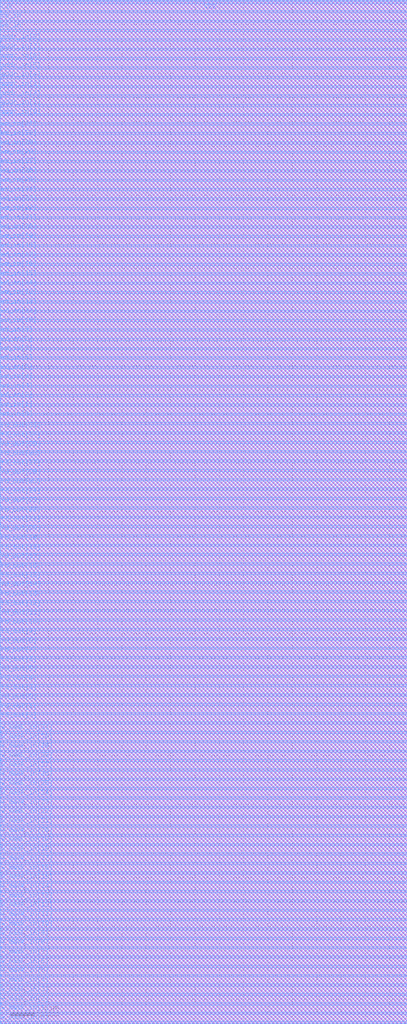
<source format=lef>
# Generated by FakeRAM 2.0
VERSION 5.7 ;
BUSBITCHARS "[]" ;
PROPERTYDEFINITIONS
  MACRO width INTEGER ;
  MACRO depth INTEGER ;
  MACRO banks INTEGER ;
END PROPERTYDEFINITIONS
MACRO fakeram7_sp_512x32
  PROPERTY width 32 ;
  PROPERTY depth 512 ;
  PROPERTY banks 4 ;
  FOREIGN fakeram7_sp_512x32 0 0 ;
  SYMMETRY X Y ;
  SIZE 16.720 BY 42.000 ;
  CLASS BLOCK ;
  PIN w_mask_in[0]
    DIRECTION INPUT ;
    USE SIGNAL ;
    SHAPE ABUTMENT ;
    PORT
      LAYER M4 ;
      RECT 0.000 0.048 0.024 0.072 ;
    END
  END w_mask_in[0]
  PIN w_mask_in[1]
    DIRECTION INPUT ;
    USE SIGNAL ;
    SHAPE ABUTMENT ;
    PORT
      LAYER M4 ;
      RECT 0.000 0.432 0.024 0.456 ;
    END
  END w_mask_in[1]
  PIN w_mask_in[2]
    DIRECTION INPUT ;
    USE SIGNAL ;
    SHAPE ABUTMENT ;
    PORT
      LAYER M4 ;
      RECT 0.000 0.816 0.024 0.840 ;
    END
  END w_mask_in[2]
  PIN w_mask_in[3]
    DIRECTION INPUT ;
    USE SIGNAL ;
    SHAPE ABUTMENT ;
    PORT
      LAYER M4 ;
      RECT 0.000 1.200 0.024 1.224 ;
    END
  END w_mask_in[3]
  PIN w_mask_in[4]
    DIRECTION INPUT ;
    USE SIGNAL ;
    SHAPE ABUTMENT ;
    PORT
      LAYER M4 ;
      RECT 0.000 1.584 0.024 1.608 ;
    END
  END w_mask_in[4]
  PIN w_mask_in[5]
    DIRECTION INPUT ;
    USE SIGNAL ;
    SHAPE ABUTMENT ;
    PORT
      LAYER M4 ;
      RECT 0.000 1.968 0.024 1.992 ;
    END
  END w_mask_in[5]
  PIN w_mask_in[6]
    DIRECTION INPUT ;
    USE SIGNAL ;
    SHAPE ABUTMENT ;
    PORT
      LAYER M4 ;
      RECT 0.000 2.352 0.024 2.376 ;
    END
  END w_mask_in[6]
  PIN w_mask_in[7]
    DIRECTION INPUT ;
    USE SIGNAL ;
    SHAPE ABUTMENT ;
    PORT
      LAYER M4 ;
      RECT 0.000 2.736 0.024 2.760 ;
    END
  END w_mask_in[7]
  PIN w_mask_in[8]
    DIRECTION INPUT ;
    USE SIGNAL ;
    SHAPE ABUTMENT ;
    PORT
      LAYER M4 ;
      RECT 0.000 3.120 0.024 3.144 ;
    END
  END w_mask_in[8]
  PIN w_mask_in[9]
    DIRECTION INPUT ;
    USE SIGNAL ;
    SHAPE ABUTMENT ;
    PORT
      LAYER M4 ;
      RECT 0.000 3.504 0.024 3.528 ;
    END
  END w_mask_in[9]
  PIN w_mask_in[10]
    DIRECTION INPUT ;
    USE SIGNAL ;
    SHAPE ABUTMENT ;
    PORT
      LAYER M4 ;
      RECT 0.000 3.888 0.024 3.912 ;
    END
  END w_mask_in[10]
  PIN w_mask_in[11]
    DIRECTION INPUT ;
    USE SIGNAL ;
    SHAPE ABUTMENT ;
    PORT
      LAYER M4 ;
      RECT 0.000 4.272 0.024 4.296 ;
    END
  END w_mask_in[11]
  PIN w_mask_in[12]
    DIRECTION INPUT ;
    USE SIGNAL ;
    SHAPE ABUTMENT ;
    PORT
      LAYER M4 ;
      RECT 0.000 4.656 0.024 4.680 ;
    END
  END w_mask_in[12]
  PIN w_mask_in[13]
    DIRECTION INPUT ;
    USE SIGNAL ;
    SHAPE ABUTMENT ;
    PORT
      LAYER M4 ;
      RECT 0.000 5.040 0.024 5.064 ;
    END
  END w_mask_in[13]
  PIN w_mask_in[14]
    DIRECTION INPUT ;
    USE SIGNAL ;
    SHAPE ABUTMENT ;
    PORT
      LAYER M4 ;
      RECT 0.000 5.424 0.024 5.448 ;
    END
  END w_mask_in[14]
  PIN w_mask_in[15]
    DIRECTION INPUT ;
    USE SIGNAL ;
    SHAPE ABUTMENT ;
    PORT
      LAYER M4 ;
      RECT 0.000 5.808 0.024 5.832 ;
    END
  END w_mask_in[15]
  PIN w_mask_in[16]
    DIRECTION INPUT ;
    USE SIGNAL ;
    SHAPE ABUTMENT ;
    PORT
      LAYER M4 ;
      RECT 0.000 6.192 0.024 6.216 ;
    END
  END w_mask_in[16]
  PIN w_mask_in[17]
    DIRECTION INPUT ;
    USE SIGNAL ;
    SHAPE ABUTMENT ;
    PORT
      LAYER M4 ;
      RECT 0.000 6.576 0.024 6.600 ;
    END
  END w_mask_in[17]
  PIN w_mask_in[18]
    DIRECTION INPUT ;
    USE SIGNAL ;
    SHAPE ABUTMENT ;
    PORT
      LAYER M4 ;
      RECT 0.000 6.960 0.024 6.984 ;
    END
  END w_mask_in[18]
  PIN w_mask_in[19]
    DIRECTION INPUT ;
    USE SIGNAL ;
    SHAPE ABUTMENT ;
    PORT
      LAYER M4 ;
      RECT 0.000 7.344 0.024 7.368 ;
    END
  END w_mask_in[19]
  PIN w_mask_in[20]
    DIRECTION INPUT ;
    USE SIGNAL ;
    SHAPE ABUTMENT ;
    PORT
      LAYER M4 ;
      RECT 0.000 7.728 0.024 7.752 ;
    END
  END w_mask_in[20]
  PIN w_mask_in[21]
    DIRECTION INPUT ;
    USE SIGNAL ;
    SHAPE ABUTMENT ;
    PORT
      LAYER M4 ;
      RECT 0.000 8.112 0.024 8.136 ;
    END
  END w_mask_in[21]
  PIN w_mask_in[22]
    DIRECTION INPUT ;
    USE SIGNAL ;
    SHAPE ABUTMENT ;
    PORT
      LAYER M4 ;
      RECT 0.000 8.496 0.024 8.520 ;
    END
  END w_mask_in[22]
  PIN w_mask_in[23]
    DIRECTION INPUT ;
    USE SIGNAL ;
    SHAPE ABUTMENT ;
    PORT
      LAYER M4 ;
      RECT 0.000 8.880 0.024 8.904 ;
    END
  END w_mask_in[23]
  PIN w_mask_in[24]
    DIRECTION INPUT ;
    USE SIGNAL ;
    SHAPE ABUTMENT ;
    PORT
      LAYER M4 ;
      RECT 0.000 9.264 0.024 9.288 ;
    END
  END w_mask_in[24]
  PIN w_mask_in[25]
    DIRECTION INPUT ;
    USE SIGNAL ;
    SHAPE ABUTMENT ;
    PORT
      LAYER M4 ;
      RECT 0.000 9.648 0.024 9.672 ;
    END
  END w_mask_in[25]
  PIN w_mask_in[26]
    DIRECTION INPUT ;
    USE SIGNAL ;
    SHAPE ABUTMENT ;
    PORT
      LAYER M4 ;
      RECT 0.000 10.032 0.024 10.056 ;
    END
  END w_mask_in[26]
  PIN w_mask_in[27]
    DIRECTION INPUT ;
    USE SIGNAL ;
    SHAPE ABUTMENT ;
    PORT
      LAYER M4 ;
      RECT 0.000 10.416 0.024 10.440 ;
    END
  END w_mask_in[27]
  PIN w_mask_in[28]
    DIRECTION INPUT ;
    USE SIGNAL ;
    SHAPE ABUTMENT ;
    PORT
      LAYER M4 ;
      RECT 0.000 10.800 0.024 10.824 ;
    END
  END w_mask_in[28]
  PIN w_mask_in[29]
    DIRECTION INPUT ;
    USE SIGNAL ;
    SHAPE ABUTMENT ;
    PORT
      LAYER M4 ;
      RECT 0.000 11.184 0.024 11.208 ;
    END
  END w_mask_in[29]
  PIN w_mask_in[30]
    DIRECTION INPUT ;
    USE SIGNAL ;
    SHAPE ABUTMENT ;
    PORT
      LAYER M4 ;
      RECT 0.000 11.568 0.024 11.592 ;
    END
  END w_mask_in[30]
  PIN w_mask_in[31]
    DIRECTION INPUT ;
    USE SIGNAL ;
    SHAPE ABUTMENT ;
    PORT
      LAYER M4 ;
      RECT 0.000 11.952 0.024 11.976 ;
    END
  END w_mask_in[31]
  PIN rd_out[0]
    DIRECTION OUTPUT ;
    USE SIGNAL ;
    SHAPE ABUTMENT ;
    PORT
      LAYER M4 ;
      RECT 0.000 12.432 0.024 12.456 ;
    END
  END rd_out[0]
  PIN rd_out[1]
    DIRECTION OUTPUT ;
    USE SIGNAL ;
    SHAPE ABUTMENT ;
    PORT
      LAYER M4 ;
      RECT 0.000 12.816 0.024 12.840 ;
    END
  END rd_out[1]
  PIN rd_out[2]
    DIRECTION OUTPUT ;
    USE SIGNAL ;
    SHAPE ABUTMENT ;
    PORT
      LAYER M4 ;
      RECT 0.000 13.200 0.024 13.224 ;
    END
  END rd_out[2]
  PIN rd_out[3]
    DIRECTION OUTPUT ;
    USE SIGNAL ;
    SHAPE ABUTMENT ;
    PORT
      LAYER M4 ;
      RECT 0.000 13.584 0.024 13.608 ;
    END
  END rd_out[3]
  PIN rd_out[4]
    DIRECTION OUTPUT ;
    USE SIGNAL ;
    SHAPE ABUTMENT ;
    PORT
      LAYER M4 ;
      RECT 0.000 13.968 0.024 13.992 ;
    END
  END rd_out[4]
  PIN rd_out[5]
    DIRECTION OUTPUT ;
    USE SIGNAL ;
    SHAPE ABUTMENT ;
    PORT
      LAYER M4 ;
      RECT 0.000 14.352 0.024 14.376 ;
    END
  END rd_out[5]
  PIN rd_out[6]
    DIRECTION OUTPUT ;
    USE SIGNAL ;
    SHAPE ABUTMENT ;
    PORT
      LAYER M4 ;
      RECT 0.000 14.736 0.024 14.760 ;
    END
  END rd_out[6]
  PIN rd_out[7]
    DIRECTION OUTPUT ;
    USE SIGNAL ;
    SHAPE ABUTMENT ;
    PORT
      LAYER M4 ;
      RECT 0.000 15.120 0.024 15.144 ;
    END
  END rd_out[7]
  PIN rd_out[8]
    DIRECTION OUTPUT ;
    USE SIGNAL ;
    SHAPE ABUTMENT ;
    PORT
      LAYER M4 ;
      RECT 0.000 15.504 0.024 15.528 ;
    END
  END rd_out[8]
  PIN rd_out[9]
    DIRECTION OUTPUT ;
    USE SIGNAL ;
    SHAPE ABUTMENT ;
    PORT
      LAYER M4 ;
      RECT 0.000 15.888 0.024 15.912 ;
    END
  END rd_out[9]
  PIN rd_out[10]
    DIRECTION OUTPUT ;
    USE SIGNAL ;
    SHAPE ABUTMENT ;
    PORT
      LAYER M4 ;
      RECT 0.000 16.272 0.024 16.296 ;
    END
  END rd_out[10]
  PIN rd_out[11]
    DIRECTION OUTPUT ;
    USE SIGNAL ;
    SHAPE ABUTMENT ;
    PORT
      LAYER M4 ;
      RECT 0.000 16.656 0.024 16.680 ;
    END
  END rd_out[11]
  PIN rd_out[12]
    DIRECTION OUTPUT ;
    USE SIGNAL ;
    SHAPE ABUTMENT ;
    PORT
      LAYER M4 ;
      RECT 0.000 17.040 0.024 17.064 ;
    END
  END rd_out[12]
  PIN rd_out[13]
    DIRECTION OUTPUT ;
    USE SIGNAL ;
    SHAPE ABUTMENT ;
    PORT
      LAYER M4 ;
      RECT 0.000 17.424 0.024 17.448 ;
    END
  END rd_out[13]
  PIN rd_out[14]
    DIRECTION OUTPUT ;
    USE SIGNAL ;
    SHAPE ABUTMENT ;
    PORT
      LAYER M4 ;
      RECT 0.000 17.808 0.024 17.832 ;
    END
  END rd_out[14]
  PIN rd_out[15]
    DIRECTION OUTPUT ;
    USE SIGNAL ;
    SHAPE ABUTMENT ;
    PORT
      LAYER M4 ;
      RECT 0.000 18.192 0.024 18.216 ;
    END
  END rd_out[15]
  PIN rd_out[16]
    DIRECTION OUTPUT ;
    USE SIGNAL ;
    SHAPE ABUTMENT ;
    PORT
      LAYER M4 ;
      RECT 0.000 18.576 0.024 18.600 ;
    END
  END rd_out[16]
  PIN rd_out[17]
    DIRECTION OUTPUT ;
    USE SIGNAL ;
    SHAPE ABUTMENT ;
    PORT
      LAYER M4 ;
      RECT 0.000 18.960 0.024 18.984 ;
    END
  END rd_out[17]
  PIN rd_out[18]
    DIRECTION OUTPUT ;
    USE SIGNAL ;
    SHAPE ABUTMENT ;
    PORT
      LAYER M4 ;
      RECT 0.000 19.344 0.024 19.368 ;
    END
  END rd_out[18]
  PIN rd_out[19]
    DIRECTION OUTPUT ;
    USE SIGNAL ;
    SHAPE ABUTMENT ;
    PORT
      LAYER M4 ;
      RECT 0.000 19.728 0.024 19.752 ;
    END
  END rd_out[19]
  PIN rd_out[20]
    DIRECTION OUTPUT ;
    USE SIGNAL ;
    SHAPE ABUTMENT ;
    PORT
      LAYER M4 ;
      RECT 0.000 20.112 0.024 20.136 ;
    END
  END rd_out[20]
  PIN rd_out[21]
    DIRECTION OUTPUT ;
    USE SIGNAL ;
    SHAPE ABUTMENT ;
    PORT
      LAYER M4 ;
      RECT 0.000 20.496 0.024 20.520 ;
    END
  END rd_out[21]
  PIN rd_out[22]
    DIRECTION OUTPUT ;
    USE SIGNAL ;
    SHAPE ABUTMENT ;
    PORT
      LAYER M4 ;
      RECT 0.000 20.880 0.024 20.904 ;
    END
  END rd_out[22]
  PIN rd_out[23]
    DIRECTION OUTPUT ;
    USE SIGNAL ;
    SHAPE ABUTMENT ;
    PORT
      LAYER M4 ;
      RECT 0.000 21.264 0.024 21.288 ;
    END
  END rd_out[23]
  PIN rd_out[24]
    DIRECTION OUTPUT ;
    USE SIGNAL ;
    SHAPE ABUTMENT ;
    PORT
      LAYER M4 ;
      RECT 0.000 21.648 0.024 21.672 ;
    END
  END rd_out[24]
  PIN rd_out[25]
    DIRECTION OUTPUT ;
    USE SIGNAL ;
    SHAPE ABUTMENT ;
    PORT
      LAYER M4 ;
      RECT 0.000 22.032 0.024 22.056 ;
    END
  END rd_out[25]
  PIN rd_out[26]
    DIRECTION OUTPUT ;
    USE SIGNAL ;
    SHAPE ABUTMENT ;
    PORT
      LAYER M4 ;
      RECT 0.000 22.416 0.024 22.440 ;
    END
  END rd_out[26]
  PIN rd_out[27]
    DIRECTION OUTPUT ;
    USE SIGNAL ;
    SHAPE ABUTMENT ;
    PORT
      LAYER M4 ;
      RECT 0.000 22.800 0.024 22.824 ;
    END
  END rd_out[27]
  PIN rd_out[28]
    DIRECTION OUTPUT ;
    USE SIGNAL ;
    SHAPE ABUTMENT ;
    PORT
      LAYER M4 ;
      RECT 0.000 23.184 0.024 23.208 ;
    END
  END rd_out[28]
  PIN rd_out[29]
    DIRECTION OUTPUT ;
    USE SIGNAL ;
    SHAPE ABUTMENT ;
    PORT
      LAYER M4 ;
      RECT 0.000 23.568 0.024 23.592 ;
    END
  END rd_out[29]
  PIN rd_out[30]
    DIRECTION OUTPUT ;
    USE SIGNAL ;
    SHAPE ABUTMENT ;
    PORT
      LAYER M4 ;
      RECT 0.000 23.952 0.024 23.976 ;
    END
  END rd_out[30]
  PIN rd_out[31]
    DIRECTION OUTPUT ;
    USE SIGNAL ;
    SHAPE ABUTMENT ;
    PORT
      LAYER M4 ;
      RECT 0.000 24.336 0.024 24.360 ;
    END
  END rd_out[31]
  PIN wd_in[0]
    DIRECTION INPUT ;
    USE SIGNAL ;
    SHAPE ABUTMENT ;
    PORT
      LAYER M4 ;
      RECT 0.000 24.816 0.024 24.840 ;
    END
  END wd_in[0]
  PIN wd_in[1]
    DIRECTION INPUT ;
    USE SIGNAL ;
    SHAPE ABUTMENT ;
    PORT
      LAYER M4 ;
      RECT 0.000 25.200 0.024 25.224 ;
    END
  END wd_in[1]
  PIN wd_in[2]
    DIRECTION INPUT ;
    USE SIGNAL ;
    SHAPE ABUTMENT ;
    PORT
      LAYER M4 ;
      RECT 0.000 25.584 0.024 25.608 ;
    END
  END wd_in[2]
  PIN wd_in[3]
    DIRECTION INPUT ;
    USE SIGNAL ;
    SHAPE ABUTMENT ;
    PORT
      LAYER M4 ;
      RECT 0.000 25.968 0.024 25.992 ;
    END
  END wd_in[3]
  PIN wd_in[4]
    DIRECTION INPUT ;
    USE SIGNAL ;
    SHAPE ABUTMENT ;
    PORT
      LAYER M4 ;
      RECT 0.000 26.352 0.024 26.376 ;
    END
  END wd_in[4]
  PIN wd_in[5]
    DIRECTION INPUT ;
    USE SIGNAL ;
    SHAPE ABUTMENT ;
    PORT
      LAYER M4 ;
      RECT 0.000 26.736 0.024 26.760 ;
    END
  END wd_in[5]
  PIN wd_in[6]
    DIRECTION INPUT ;
    USE SIGNAL ;
    SHAPE ABUTMENT ;
    PORT
      LAYER M4 ;
      RECT 0.000 27.120 0.024 27.144 ;
    END
  END wd_in[6]
  PIN wd_in[7]
    DIRECTION INPUT ;
    USE SIGNAL ;
    SHAPE ABUTMENT ;
    PORT
      LAYER M4 ;
      RECT 0.000 27.504 0.024 27.528 ;
    END
  END wd_in[7]
  PIN wd_in[8]
    DIRECTION INPUT ;
    USE SIGNAL ;
    SHAPE ABUTMENT ;
    PORT
      LAYER M4 ;
      RECT 0.000 27.888 0.024 27.912 ;
    END
  END wd_in[8]
  PIN wd_in[9]
    DIRECTION INPUT ;
    USE SIGNAL ;
    SHAPE ABUTMENT ;
    PORT
      LAYER M4 ;
      RECT 0.000 28.272 0.024 28.296 ;
    END
  END wd_in[9]
  PIN wd_in[10]
    DIRECTION INPUT ;
    USE SIGNAL ;
    SHAPE ABUTMENT ;
    PORT
      LAYER M4 ;
      RECT 0.000 28.656 0.024 28.680 ;
    END
  END wd_in[10]
  PIN wd_in[11]
    DIRECTION INPUT ;
    USE SIGNAL ;
    SHAPE ABUTMENT ;
    PORT
      LAYER M4 ;
      RECT 0.000 29.040 0.024 29.064 ;
    END
  END wd_in[11]
  PIN wd_in[12]
    DIRECTION INPUT ;
    USE SIGNAL ;
    SHAPE ABUTMENT ;
    PORT
      LAYER M4 ;
      RECT 0.000 29.424 0.024 29.448 ;
    END
  END wd_in[12]
  PIN wd_in[13]
    DIRECTION INPUT ;
    USE SIGNAL ;
    SHAPE ABUTMENT ;
    PORT
      LAYER M4 ;
      RECT 0.000 29.808 0.024 29.832 ;
    END
  END wd_in[13]
  PIN wd_in[14]
    DIRECTION INPUT ;
    USE SIGNAL ;
    SHAPE ABUTMENT ;
    PORT
      LAYER M4 ;
      RECT 0.000 30.192 0.024 30.216 ;
    END
  END wd_in[14]
  PIN wd_in[15]
    DIRECTION INPUT ;
    USE SIGNAL ;
    SHAPE ABUTMENT ;
    PORT
      LAYER M4 ;
      RECT 0.000 30.576 0.024 30.600 ;
    END
  END wd_in[15]
  PIN wd_in[16]
    DIRECTION INPUT ;
    USE SIGNAL ;
    SHAPE ABUTMENT ;
    PORT
      LAYER M4 ;
      RECT 0.000 30.960 0.024 30.984 ;
    END
  END wd_in[16]
  PIN wd_in[17]
    DIRECTION INPUT ;
    USE SIGNAL ;
    SHAPE ABUTMENT ;
    PORT
      LAYER M4 ;
      RECT 0.000 31.344 0.024 31.368 ;
    END
  END wd_in[17]
  PIN wd_in[18]
    DIRECTION INPUT ;
    USE SIGNAL ;
    SHAPE ABUTMENT ;
    PORT
      LAYER M4 ;
      RECT 0.000 31.728 0.024 31.752 ;
    END
  END wd_in[18]
  PIN wd_in[19]
    DIRECTION INPUT ;
    USE SIGNAL ;
    SHAPE ABUTMENT ;
    PORT
      LAYER M4 ;
      RECT 0.000 32.112 0.024 32.136 ;
    END
  END wd_in[19]
  PIN wd_in[20]
    DIRECTION INPUT ;
    USE SIGNAL ;
    SHAPE ABUTMENT ;
    PORT
      LAYER M4 ;
      RECT 0.000 32.496 0.024 32.520 ;
    END
  END wd_in[20]
  PIN wd_in[21]
    DIRECTION INPUT ;
    USE SIGNAL ;
    SHAPE ABUTMENT ;
    PORT
      LAYER M4 ;
      RECT 0.000 32.880 0.024 32.904 ;
    END
  END wd_in[21]
  PIN wd_in[22]
    DIRECTION INPUT ;
    USE SIGNAL ;
    SHAPE ABUTMENT ;
    PORT
      LAYER M4 ;
      RECT 0.000 33.264 0.024 33.288 ;
    END
  END wd_in[22]
  PIN wd_in[23]
    DIRECTION INPUT ;
    USE SIGNAL ;
    SHAPE ABUTMENT ;
    PORT
      LAYER M4 ;
      RECT 0.000 33.648 0.024 33.672 ;
    END
  END wd_in[23]
  PIN wd_in[24]
    DIRECTION INPUT ;
    USE SIGNAL ;
    SHAPE ABUTMENT ;
    PORT
      LAYER M4 ;
      RECT 0.000 34.032 0.024 34.056 ;
    END
  END wd_in[24]
  PIN wd_in[25]
    DIRECTION INPUT ;
    USE SIGNAL ;
    SHAPE ABUTMENT ;
    PORT
      LAYER M4 ;
      RECT 0.000 34.416 0.024 34.440 ;
    END
  END wd_in[25]
  PIN wd_in[26]
    DIRECTION INPUT ;
    USE SIGNAL ;
    SHAPE ABUTMENT ;
    PORT
      LAYER M4 ;
      RECT 0.000 34.800 0.024 34.824 ;
    END
  END wd_in[26]
  PIN wd_in[27]
    DIRECTION INPUT ;
    USE SIGNAL ;
    SHAPE ABUTMENT ;
    PORT
      LAYER M4 ;
      RECT 0.000 35.184 0.024 35.208 ;
    END
  END wd_in[27]
  PIN wd_in[28]
    DIRECTION INPUT ;
    USE SIGNAL ;
    SHAPE ABUTMENT ;
    PORT
      LAYER M4 ;
      RECT 0.000 35.568 0.024 35.592 ;
    END
  END wd_in[28]
  PIN wd_in[29]
    DIRECTION INPUT ;
    USE SIGNAL ;
    SHAPE ABUTMENT ;
    PORT
      LAYER M4 ;
      RECT 0.000 35.952 0.024 35.976 ;
    END
  END wd_in[29]
  PIN wd_in[30]
    DIRECTION INPUT ;
    USE SIGNAL ;
    SHAPE ABUTMENT ;
    PORT
      LAYER M4 ;
      RECT 0.000 36.336 0.024 36.360 ;
    END
  END wd_in[30]
  PIN wd_in[31]
    DIRECTION INPUT ;
    USE SIGNAL ;
    SHAPE ABUTMENT ;
    PORT
      LAYER M4 ;
      RECT 0.000 36.720 0.024 36.744 ;
    END
  END wd_in[31]
  PIN addr_in[0]
    DIRECTION INPUT ;
    USE SIGNAL ;
    SHAPE ABUTMENT ;
    PORT
      LAYER M4 ;
      RECT 0.000 37.200 0.024 37.224 ;
    END
  END addr_in[0]
  PIN addr_in[1]
    DIRECTION INPUT ;
    USE SIGNAL ;
    SHAPE ABUTMENT ;
    PORT
      LAYER M4 ;
      RECT 0.000 37.584 0.024 37.608 ;
    END
  END addr_in[1]
  PIN addr_in[2]
    DIRECTION INPUT ;
    USE SIGNAL ;
    SHAPE ABUTMENT ;
    PORT
      LAYER M4 ;
      RECT 0.000 37.968 0.024 37.992 ;
    END
  END addr_in[2]
  PIN addr_in[3]
    DIRECTION INPUT ;
    USE SIGNAL ;
    SHAPE ABUTMENT ;
    PORT
      LAYER M4 ;
      RECT 0.000 38.352 0.024 38.376 ;
    END
  END addr_in[3]
  PIN addr_in[4]
    DIRECTION INPUT ;
    USE SIGNAL ;
    SHAPE ABUTMENT ;
    PORT
      LAYER M4 ;
      RECT 0.000 38.736 0.024 38.760 ;
    END
  END addr_in[4]
  PIN addr_in[5]
    DIRECTION INPUT ;
    USE SIGNAL ;
    SHAPE ABUTMENT ;
    PORT
      LAYER M4 ;
      RECT 0.000 39.120 0.024 39.144 ;
    END
  END addr_in[5]
  PIN addr_in[6]
    DIRECTION INPUT ;
    USE SIGNAL ;
    SHAPE ABUTMENT ;
    PORT
      LAYER M4 ;
      RECT 0.000 39.504 0.024 39.528 ;
    END
  END addr_in[6]
  PIN addr_in[7]
    DIRECTION INPUT ;
    USE SIGNAL ;
    SHAPE ABUTMENT ;
    PORT
      LAYER M4 ;
      RECT 0.000 39.888 0.024 39.912 ;
    END
  END addr_in[7]
  PIN addr_in[8]
    DIRECTION INPUT ;
    USE SIGNAL ;
    SHAPE ABUTMENT ;
    PORT
      LAYER M4 ;
      RECT 0.000 40.272 0.024 40.296 ;
    END
  END addr_in[8]
  PIN we_in
    DIRECTION INPUT ;
    USE SIGNAL ;
    SHAPE ABUTMENT ;
    PORT
      LAYER M4 ;
      RECT 0.000 40.752 0.024 40.776 ;
    END
  END we_in
  PIN ce_in
    DIRECTION INPUT ;
    USE SIGNAL ;
    SHAPE ABUTMENT ;
    PORT
      LAYER M4 ;
      RECT 0.000 41.136 0.024 41.160 ;
    END
  END ce_in
  PIN clk
    DIRECTION INPUT ;
    USE SIGNAL ;
    SHAPE ABUTMENT ;
    PORT
      LAYER M4 ;
      RECT 0.000 41.520 0.024 41.544 ;
    END
  END clk
  PIN VSS
    DIRECTION INOUT ;
    USE GROUND ;
    PORT
      LAYER M4 ;
      RECT 0.048 0.000 16.672 0.096 ;
      RECT 0.048 0.768 16.672 0.864 ;
      RECT 0.048 1.536 16.672 1.632 ;
      RECT 0.048 2.304 16.672 2.400 ;
      RECT 0.048 3.072 16.672 3.168 ;
      RECT 0.048 3.840 16.672 3.936 ;
      RECT 0.048 4.608 16.672 4.704 ;
      RECT 0.048 5.376 16.672 5.472 ;
      RECT 0.048 6.144 16.672 6.240 ;
      RECT 0.048 6.912 16.672 7.008 ;
      RECT 0.048 7.680 16.672 7.776 ;
      RECT 0.048 8.448 16.672 8.544 ;
      RECT 0.048 9.216 16.672 9.312 ;
      RECT 0.048 9.984 16.672 10.080 ;
      RECT 0.048 10.752 16.672 10.848 ;
      RECT 0.048 11.520 16.672 11.616 ;
      RECT 0.048 12.288 16.672 12.384 ;
      RECT 0.048 13.056 16.672 13.152 ;
      RECT 0.048 13.824 16.672 13.920 ;
      RECT 0.048 14.592 16.672 14.688 ;
      RECT 0.048 15.360 16.672 15.456 ;
      RECT 0.048 16.128 16.672 16.224 ;
      RECT 0.048 16.896 16.672 16.992 ;
      RECT 0.048 17.664 16.672 17.760 ;
      RECT 0.048 18.432 16.672 18.528 ;
      RECT 0.048 19.200 16.672 19.296 ;
      RECT 0.048 19.968 16.672 20.064 ;
      RECT 0.048 20.736 16.672 20.832 ;
      RECT 0.048 21.504 16.672 21.600 ;
      RECT 0.048 22.272 16.672 22.368 ;
      RECT 0.048 23.040 16.672 23.136 ;
      RECT 0.048 23.808 16.672 23.904 ;
      RECT 0.048 24.576 16.672 24.672 ;
      RECT 0.048 25.344 16.672 25.440 ;
      RECT 0.048 26.112 16.672 26.208 ;
      RECT 0.048 26.880 16.672 26.976 ;
      RECT 0.048 27.648 16.672 27.744 ;
      RECT 0.048 28.416 16.672 28.512 ;
      RECT 0.048 29.184 16.672 29.280 ;
      RECT 0.048 29.952 16.672 30.048 ;
      RECT 0.048 30.720 16.672 30.816 ;
      RECT 0.048 31.488 16.672 31.584 ;
      RECT 0.048 32.256 16.672 32.352 ;
      RECT 0.048 33.024 16.672 33.120 ;
      RECT 0.048 33.792 16.672 33.888 ;
      RECT 0.048 34.560 16.672 34.656 ;
      RECT 0.048 35.328 16.672 35.424 ;
      RECT 0.048 36.096 16.672 36.192 ;
      RECT 0.048 36.864 16.672 36.960 ;
      RECT 0.048 37.632 16.672 37.728 ;
      RECT 0.048 38.400 16.672 38.496 ;
      RECT 0.048 39.168 16.672 39.264 ;
      RECT 0.048 39.936 16.672 40.032 ;
      RECT 0.048 40.704 16.672 40.800 ;
      RECT 0.048 41.472 16.672 41.568 ;
    END
  END VSS
  PIN VDD
    DIRECTION INOUT ;
    USE POWER ;
    PORT
      LAYER M4 ;
      RECT 0.048 0.384 16.672 0.480 ;
      RECT 0.048 1.152 16.672 1.248 ;
      RECT 0.048 1.920 16.672 2.016 ;
      RECT 0.048 2.688 16.672 2.784 ;
      RECT 0.048 3.456 16.672 3.552 ;
      RECT 0.048 4.224 16.672 4.320 ;
      RECT 0.048 4.992 16.672 5.088 ;
      RECT 0.048 5.760 16.672 5.856 ;
      RECT 0.048 6.528 16.672 6.624 ;
      RECT 0.048 7.296 16.672 7.392 ;
      RECT 0.048 8.064 16.672 8.160 ;
      RECT 0.048 8.832 16.672 8.928 ;
      RECT 0.048 9.600 16.672 9.696 ;
      RECT 0.048 10.368 16.672 10.464 ;
      RECT 0.048 11.136 16.672 11.232 ;
      RECT 0.048 11.904 16.672 12.000 ;
      RECT 0.048 12.672 16.672 12.768 ;
      RECT 0.048 13.440 16.672 13.536 ;
      RECT 0.048 14.208 16.672 14.304 ;
      RECT 0.048 14.976 16.672 15.072 ;
      RECT 0.048 15.744 16.672 15.840 ;
      RECT 0.048 16.512 16.672 16.608 ;
      RECT 0.048 17.280 16.672 17.376 ;
      RECT 0.048 18.048 16.672 18.144 ;
      RECT 0.048 18.816 16.672 18.912 ;
      RECT 0.048 19.584 16.672 19.680 ;
      RECT 0.048 20.352 16.672 20.448 ;
      RECT 0.048 21.120 16.672 21.216 ;
      RECT 0.048 21.888 16.672 21.984 ;
      RECT 0.048 22.656 16.672 22.752 ;
      RECT 0.048 23.424 16.672 23.520 ;
      RECT 0.048 24.192 16.672 24.288 ;
      RECT 0.048 24.960 16.672 25.056 ;
      RECT 0.048 25.728 16.672 25.824 ;
      RECT 0.048 26.496 16.672 26.592 ;
      RECT 0.048 27.264 16.672 27.360 ;
      RECT 0.048 28.032 16.672 28.128 ;
      RECT 0.048 28.800 16.672 28.896 ;
      RECT 0.048 29.568 16.672 29.664 ;
      RECT 0.048 30.336 16.672 30.432 ;
      RECT 0.048 31.104 16.672 31.200 ;
      RECT 0.048 31.872 16.672 31.968 ;
      RECT 0.048 32.640 16.672 32.736 ;
      RECT 0.048 33.408 16.672 33.504 ;
      RECT 0.048 34.176 16.672 34.272 ;
      RECT 0.048 34.944 16.672 35.040 ;
      RECT 0.048 35.712 16.672 35.808 ;
      RECT 0.048 36.480 16.672 36.576 ;
      RECT 0.048 37.248 16.672 37.344 ;
      RECT 0.048 38.016 16.672 38.112 ;
      RECT 0.048 38.784 16.672 38.880 ;
      RECT 0.048 39.552 16.672 39.648 ;
      RECT 0.048 40.320 16.672 40.416 ;
      RECT 0.048 41.088 16.672 41.184 ;
      RECT 0.048 41.856 16.672 41.952 ;
    END
  END VDD
  OBS
    LAYER M1 ;
    RECT 0 0 16.720 42.000 ;
    LAYER M2 ;
    RECT 0 0 16.720 42.000 ;
    LAYER M3 ;
    RECT 0 0 16.720 42.000 ;
    LAYER M4 ;
    RECT 0 0 16.720 42.000 ;
  END
END fakeram7_sp_512x32

END LIBRARY

</source>
